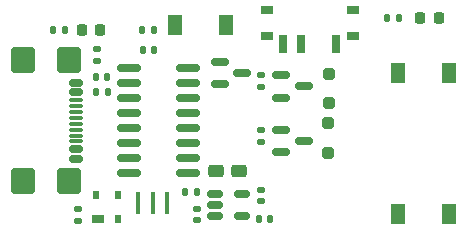
<source format=gbr>
%TF.GenerationSoftware,KiCad,Pcbnew,9.0.1*%
%TF.CreationDate,2025-04-09T10:04:16+05:30*%
%TF.ProjectId,ESPNut-D1,4553504e-7574-42d4-9431-2e6b69636164,0.1*%
%TF.SameCoordinates,Original*%
%TF.FileFunction,Paste,Top*%
%TF.FilePolarity,Positive*%
%FSLAX46Y46*%
G04 Gerber Fmt 4.6, Leading zero omitted, Abs format (unit mm)*
G04 Created by KiCad (PCBNEW 9.0.1) date 2025-04-09 10:04:16*
%MOMM*%
%LPD*%
G01*
G04 APERTURE LIST*
G04 Aperture macros list*
%AMRoundRect*
0 Rectangle with rounded corners*
0 $1 Rounding radius*
0 $2 $3 $4 $5 $6 $7 $8 $9 X,Y pos of 4 corners*
0 Add a 4 corners polygon primitive as box body*
4,1,4,$2,$3,$4,$5,$6,$7,$8,$9,$2,$3,0*
0 Add four circle primitives for the rounded corners*
1,1,$1+$1,$2,$3*
1,1,$1+$1,$4,$5*
1,1,$1+$1,$6,$7*
1,1,$1+$1,$8,$9*
0 Add four rect primitives between the rounded corners*
20,1,$1+$1,$2,$3,$4,$5,0*
20,1,$1+$1,$4,$5,$6,$7,0*
20,1,$1+$1,$6,$7,$8,$9,0*
20,1,$1+$1,$8,$9,$2,$3,0*%
G04 Aperture macros list end*
%ADD10RoundRect,0.135000X-0.135000X-0.185000X0.135000X-0.185000X0.135000X0.185000X-0.135000X0.185000X0*%
%ADD11RoundRect,0.250000X-0.250000X0.250000X-0.250000X-0.250000X0.250000X-0.250000X0.250000X0.250000X0*%
%ADD12RoundRect,0.218750X-0.218750X-0.256250X0.218750X-0.256250X0.218750X0.256250X-0.218750X0.256250X0*%
%ADD13RoundRect,0.135000X0.135000X0.185000X-0.135000X0.185000X-0.135000X-0.185000X0.135000X-0.185000X0*%
%ADD14RoundRect,0.150000X-0.825000X-0.150000X0.825000X-0.150000X0.825000X0.150000X-0.825000X0.150000X0*%
%ADD15R,1.000000X0.800000*%
%ADD16R,0.700000X1.500000*%
%ADD17RoundRect,0.140000X0.140000X0.170000X-0.140000X0.170000X-0.140000X-0.170000X0.140000X-0.170000X0*%
%ADD18R,0.400000X1.900000*%
%ADD19RoundRect,0.135000X-0.185000X0.135000X-0.185000X-0.135000X0.185000X-0.135000X0.185000X0.135000X0*%
%ADD20RoundRect,0.140000X-0.140000X-0.170000X0.140000X-0.170000X0.140000X0.170000X-0.140000X0.170000X0*%
%ADD21RoundRect,0.150000X-0.587500X-0.150000X0.587500X-0.150000X0.587500X0.150000X-0.587500X0.150000X0*%
%ADD22RoundRect,0.135000X0.185000X-0.135000X0.185000X0.135000X-0.185000X0.135000X-0.185000X-0.135000X0*%
%ADD23R,1.000000X0.700000*%
%ADD24R,0.600000X0.700000*%
%ADD25RoundRect,0.250000X0.400000X0.275000X-0.400000X0.275000X-0.400000X-0.275000X0.400000X-0.275000X0*%
%ADD26R,1.150000X1.700000*%
%ADD27RoundRect,0.140000X0.170000X-0.140000X0.170000X0.140000X-0.170000X0.140000X-0.170000X-0.140000X0*%
%ADD28RoundRect,0.150000X-0.425000X0.150000X-0.425000X-0.150000X0.425000X-0.150000X0.425000X0.150000X0*%
%ADD29RoundRect,0.075000X-0.500000X0.075000X-0.500000X-0.075000X0.500000X-0.075000X0.500000X0.075000X0*%
%ADD30RoundRect,0.250000X-0.750000X0.840000X-0.750000X-0.840000X0.750000X-0.840000X0.750000X0.840000X0*%
%ADD31RoundRect,0.140000X-0.170000X0.140000X-0.170000X-0.140000X0.170000X-0.140000X0.170000X0.140000X0*%
%ADD32RoundRect,0.150000X-0.512500X-0.150000X0.512500X-0.150000X0.512500X0.150000X-0.512500X0.150000X0*%
G04 APERTURE END LIST*
D10*
X32895000Y18725000D03*
X33915000Y18725000D03*
D11*
X27875000Y9780000D03*
X27875000Y7280000D03*
D12*
X35667500Y18665000D03*
X37242500Y18665000D03*
D13*
X16815000Y3985000D03*
X15795000Y3985000D03*
D14*
X11050000Y14444000D03*
X11050000Y13174000D03*
X11050000Y11904000D03*
X11050000Y10634000D03*
X11050000Y9364000D03*
X11050000Y8094000D03*
X11050000Y6824000D03*
X11050000Y5554000D03*
X16000000Y5554000D03*
X16000000Y6824000D03*
X16000000Y8094000D03*
X16000000Y9364000D03*
X16000000Y10634000D03*
X16000000Y11904000D03*
X16000000Y13174000D03*
X16000000Y14444000D03*
D13*
X9215000Y12435000D03*
X8195000Y12435000D03*
D10*
X4625000Y17655000D03*
X5645000Y17655000D03*
D15*
X29995000Y17145000D03*
X29995000Y19355000D03*
X22695000Y17145000D03*
X22695000Y19355000D03*
D16*
X28595000Y16495000D03*
X25595000Y16495000D03*
X24095000Y16495000D03*
D17*
X13155000Y16005000D03*
X12195000Y16005000D03*
D18*
X14230000Y3040000D03*
X13030000Y3040000D03*
X11830000Y3040000D03*
D19*
X22245000Y13865000D03*
X22245000Y12845000D03*
D20*
X21995000Y1655000D03*
X22955000Y1655000D03*
D21*
X18732500Y15010000D03*
X18732500Y13110000D03*
X20607500Y14060000D03*
D10*
X12165000Y17705000D03*
X13185000Y17705000D03*
D22*
X8285000Y15075000D03*
X8285000Y16095000D03*
D21*
X23937500Y9243000D03*
X23937500Y7343000D03*
X25812500Y8293000D03*
D23*
X8425000Y1705000D03*
D24*
X10125000Y1705000D03*
X10125000Y3705000D03*
X8225000Y3705000D03*
D25*
X20310000Y5725000D03*
X18360000Y5725000D03*
D26*
X33785000Y2070000D03*
X38135000Y2070000D03*
D27*
X16775000Y1595000D03*
X16775000Y2555000D03*
D28*
X6555000Y13200000D03*
X6555000Y12400000D03*
D29*
X6555000Y11250000D03*
X6555000Y10250000D03*
X6555000Y9750000D03*
X6555000Y8750000D03*
D28*
X6555000Y7600000D03*
X6555000Y6800000D03*
X6555000Y6800000D03*
X6555000Y7600000D03*
D29*
X6555000Y8250000D03*
X6555000Y9250000D03*
X6555000Y10750000D03*
X6555000Y11750000D03*
D28*
X6555000Y12400000D03*
X6555000Y13200000D03*
D30*
X5980000Y15110000D03*
X2050000Y15110000D03*
X5980000Y4890000D03*
X2050000Y4890000D03*
D26*
X19265000Y18150000D03*
X14915000Y18150000D03*
D21*
X23937500Y13874000D03*
X23937500Y11974000D03*
X25812500Y12924000D03*
D26*
X33785000Y14040000D03*
X38135000Y14040000D03*
D12*
X7017500Y17705000D03*
X8592500Y17705000D03*
D11*
X27925000Y13980000D03*
X27925000Y11480000D03*
D19*
X6725000Y2525000D03*
X6725000Y1505000D03*
D22*
X22245000Y8195000D03*
X22245000Y9215000D03*
D17*
X9185000Y13675000D03*
X8225000Y13675000D03*
D31*
X22245000Y4155000D03*
X22245000Y3195000D03*
D32*
X18347500Y3844000D03*
X18347500Y2894000D03*
X18347500Y1944000D03*
X20622500Y1944000D03*
X20622500Y3844000D03*
M02*

</source>
